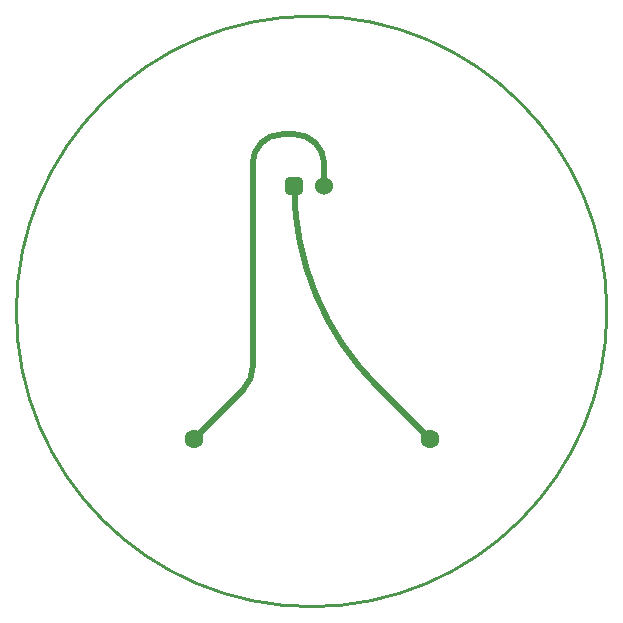
<source format=gbl>
G04*
G04 #@! TF.GenerationSoftware,Altium Limited,Altium Designer,25.1.2 (22)*
G04*
G04 Layer_Physical_Order=2*
G04 Layer_Color=3381759*
%FSLAX25Y25*%
%MOIN*%
G70*
G04*
G04 #@! TF.SameCoordinates,20C2AC38-BB5E-479F-A31B-2D12C5FD2638*
G04*
G04*
G04 #@! TF.FilePolarity,Positive*
G04*
G01*
G75*
%ADD10C,0.01000*%
G04:AMPARAMS|DCode=15|XSize=60mil|YSize=60mil|CornerRadius=15mil|HoleSize=0mil|Usage=FLASHONLY|Rotation=180.000|XOffset=0mil|YOffset=0mil|HoleType=Round|Shape=RoundedRectangle|*
%AMROUNDEDRECTD15*
21,1,0.06000,0.03000,0,0,180.0*
21,1,0.03000,0.06000,0,0,180.0*
1,1,0.03000,-0.01500,0.01500*
1,1,0.03000,0.01500,0.01500*
1,1,0.03000,0.01500,-0.01500*
1,1,0.03000,-0.01500,-0.01500*
%
%ADD15ROUNDEDRECTD15*%
%ADD16C,0.06000*%
%ADD17C,0.06299*%
%ADD18C,0.01968*%
D10*
X196850Y98425D02*
G03*
X196850Y98425I-98425J0D01*
G01*
D15*
X92638Y140157D02*
D03*
D16*
X102638D02*
D03*
D17*
X137795Y55905D02*
D03*
X59055D02*
D03*
D18*
X102638Y147480D02*
G03*
X92638Y157480I-10000J0D01*
G01*
X88583D02*
G03*
X78740Y147638I0J-9843D01*
G01*
X75811Y72662D02*
G03*
X78740Y79733I-7071J7071D01*
G01*
X92638Y140157D02*
G03*
X120282Y73419I94382J-0D01*
G01*
X102638Y140157D02*
Y147480D01*
X88583Y157480D02*
X92638D01*
X78740Y79733D02*
Y147638D01*
X59055Y55905D02*
X75811Y72662D01*
X120282Y73419D02*
X137795Y55905D01*
M02*

</source>
